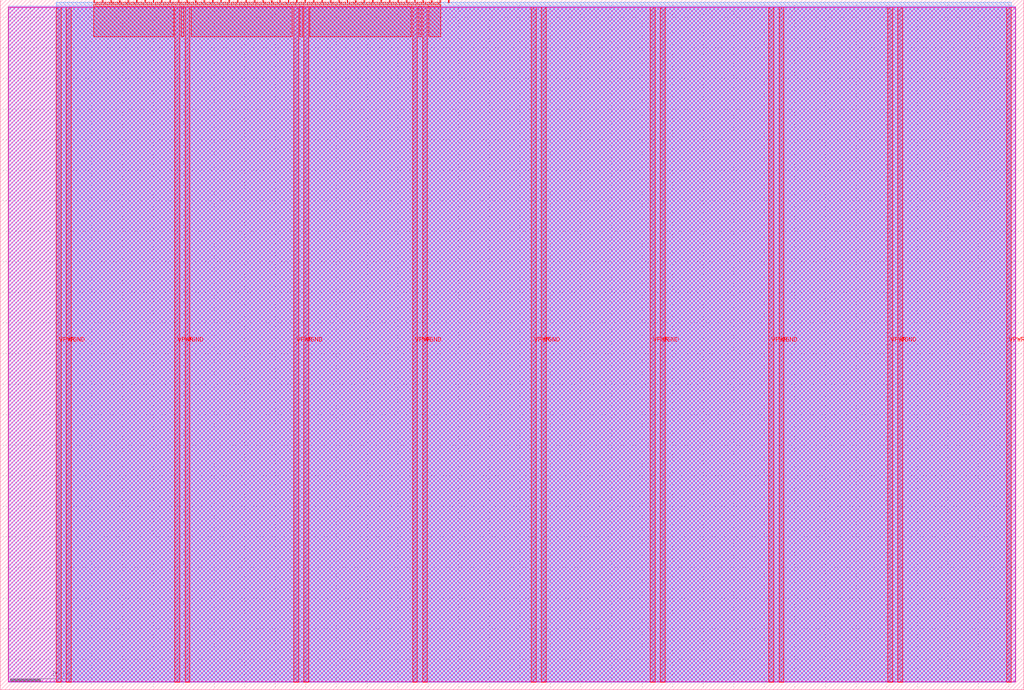
<source format=lef>
VERSION 5.7 ;
  NOWIREEXTENSIONATPIN ON ;
  DIVIDERCHAR "/" ;
  BUSBITCHARS "[]" ;
MACRO tt_um_mult_4
  CLASS BLOCK ;
  FOREIGN tt_um_mult_4 ;
  ORIGIN 0.000 0.000 ;
  SIZE 334.880 BY 225.760 ;
  PIN VGND
    DIRECTION INOUT ;
    USE GROUND ;
    PORT
      LAYER met4 ;
        RECT 21.580 2.480 23.180 223.280 ;
    END
    PORT
      LAYER met4 ;
        RECT 60.450 2.480 62.050 223.280 ;
    END
    PORT
      LAYER met4 ;
        RECT 99.320 2.480 100.920 223.280 ;
    END
    PORT
      LAYER met4 ;
        RECT 138.190 2.480 139.790 223.280 ;
    END
    PORT
      LAYER met4 ;
        RECT 177.060 2.480 178.660 223.280 ;
    END
    PORT
      LAYER met4 ;
        RECT 215.930 2.480 217.530 223.280 ;
    END
    PORT
      LAYER met4 ;
        RECT 254.800 2.480 256.400 223.280 ;
    END
    PORT
      LAYER met4 ;
        RECT 293.670 2.480 295.270 223.280 ;
    END
  END VGND
  PIN VPWR
    DIRECTION INOUT ;
    USE POWER ;
    PORT
      LAYER met4 ;
        RECT 18.280 2.480 19.880 223.280 ;
    END
    PORT
      LAYER met4 ;
        RECT 57.150 2.480 58.750 223.280 ;
    END
    PORT
      LAYER met4 ;
        RECT 96.020 2.480 97.620 223.280 ;
    END
    PORT
      LAYER met4 ;
        RECT 134.890 2.480 136.490 223.280 ;
    END
    PORT
      LAYER met4 ;
        RECT 173.760 2.480 175.360 223.280 ;
    END
    PORT
      LAYER met4 ;
        RECT 212.630 2.480 214.230 223.280 ;
    END
    PORT
      LAYER met4 ;
        RECT 251.500 2.480 253.100 223.280 ;
    END
    PORT
      LAYER met4 ;
        RECT 290.370 2.480 291.970 223.280 ;
    END
    PORT
      LAYER met4 ;
        RECT 329.240 2.480 330.840 223.280 ;
    END
  END VPWR
  PIN clk
    DIRECTION INPUT ;
    USE SIGNAL ;
    ANTENNAGATEAREA 0.852000 ;
    PORT
      LAYER met4 ;
        RECT 143.830 224.760 144.130 225.760 ;
    END
  END clk
  PIN ena
    DIRECTION INPUT ;
    USE SIGNAL ;
    PORT
      LAYER met4 ;
        RECT 146.590 224.760 146.890 225.760 ;
    END
  END ena
  PIN rst_n
    DIRECTION INPUT ;
    USE SIGNAL ;
    ANTENNAGATEAREA 0.196500 ;
    PORT
      LAYER met4 ;
        RECT 141.070 224.760 141.370 225.760 ;
    END
  END rst_n
  PIN ui_in[0]
    DIRECTION INPUT ;
    USE SIGNAL ;
    ANTENNAGATEAREA 0.196500 ;
    PORT
      LAYER met4 ;
        RECT 138.310 224.760 138.610 225.760 ;
    END
  END ui_in[0]
  PIN ui_in[1]
    DIRECTION INPUT ;
    USE SIGNAL ;
    ANTENNAGATEAREA 0.196500 ;
    PORT
      LAYER met4 ;
        RECT 135.550 224.760 135.850 225.760 ;
    END
  END ui_in[1]
  PIN ui_in[2]
    DIRECTION INPUT ;
    USE SIGNAL ;
    ANTENNAGATEAREA 0.196500 ;
    PORT
      LAYER met4 ;
        RECT 132.790 224.760 133.090 225.760 ;
    END
  END ui_in[2]
  PIN ui_in[3]
    DIRECTION INPUT ;
    USE SIGNAL ;
    ANTENNAGATEAREA 0.196500 ;
    PORT
      LAYER met4 ;
        RECT 130.030 224.760 130.330 225.760 ;
    END
  END ui_in[3]
  PIN ui_in[4]
    DIRECTION INPUT ;
    USE SIGNAL ;
    ANTENNAGATEAREA 0.196500 ;
    PORT
      LAYER met4 ;
        RECT 127.270 224.760 127.570 225.760 ;
    END
  END ui_in[4]
  PIN ui_in[5]
    DIRECTION INPUT ;
    USE SIGNAL ;
    ANTENNAGATEAREA 0.196500 ;
    PORT
      LAYER met4 ;
        RECT 124.510 224.760 124.810 225.760 ;
    END
  END ui_in[5]
  PIN ui_in[6]
    DIRECTION INPUT ;
    USE SIGNAL ;
    ANTENNAGATEAREA 0.196500 ;
    PORT
      LAYER met4 ;
        RECT 121.750 224.760 122.050 225.760 ;
    END
  END ui_in[6]
  PIN ui_in[7]
    DIRECTION INPUT ;
    USE SIGNAL ;
    ANTENNAGATEAREA 0.196500 ;
    PORT
      LAYER met4 ;
        RECT 118.990 224.760 119.290 225.760 ;
    END
  END ui_in[7]
  PIN uio_in[0]
    DIRECTION INPUT ;
    USE SIGNAL ;
    ANTENNAGATEAREA 0.196500 ;
    PORT
      LAYER met4 ;
        RECT 116.230 224.760 116.530 225.760 ;
    END
  END uio_in[0]
  PIN uio_in[1]
    DIRECTION INPUT ;
    USE SIGNAL ;
    PORT
      LAYER met4 ;
        RECT 113.470 224.760 113.770 225.760 ;
    END
  END uio_in[1]
  PIN uio_in[2]
    DIRECTION INPUT ;
    USE SIGNAL ;
    PORT
      LAYER met4 ;
        RECT 110.710 224.760 111.010 225.760 ;
    END
  END uio_in[2]
  PIN uio_in[3]
    DIRECTION INPUT ;
    USE SIGNAL ;
    PORT
      LAYER met4 ;
        RECT 107.950 224.760 108.250 225.760 ;
    END
  END uio_in[3]
  PIN uio_in[4]
    DIRECTION INPUT ;
    USE SIGNAL ;
    PORT
      LAYER met4 ;
        RECT 105.190 224.760 105.490 225.760 ;
    END
  END uio_in[4]
  PIN uio_in[5]
    DIRECTION INPUT ;
    USE SIGNAL ;
    PORT
      LAYER met4 ;
        RECT 102.430 224.760 102.730 225.760 ;
    END
  END uio_in[5]
  PIN uio_in[6]
    DIRECTION INPUT ;
    USE SIGNAL ;
    PORT
      LAYER met4 ;
        RECT 99.670 224.760 99.970 225.760 ;
    END
  END uio_in[6]
  PIN uio_in[7]
    DIRECTION INPUT ;
    USE SIGNAL ;
    PORT
      LAYER met4 ;
        RECT 96.910 224.760 97.210 225.760 ;
    END
  END uio_in[7]
  PIN uio_oe[0]
    DIRECTION OUTPUT ;
    USE SIGNAL ;
    PORT
      LAYER met4 ;
        RECT 49.990 224.760 50.290 225.760 ;
    END
  END uio_oe[0]
  PIN uio_oe[1]
    DIRECTION OUTPUT ;
    USE SIGNAL ;
    PORT
      LAYER met4 ;
        RECT 47.230 224.760 47.530 225.760 ;
    END
  END uio_oe[1]
  PIN uio_oe[2]
    DIRECTION OUTPUT ;
    USE SIGNAL ;
    PORT
      LAYER met4 ;
        RECT 44.470 224.760 44.770 225.760 ;
    END
  END uio_oe[2]
  PIN uio_oe[3]
    DIRECTION OUTPUT ;
    USE SIGNAL ;
    PORT
      LAYER met4 ;
        RECT 41.710 224.760 42.010 225.760 ;
    END
  END uio_oe[3]
  PIN uio_oe[4]
    DIRECTION OUTPUT ;
    USE SIGNAL ;
    PORT
      LAYER met4 ;
        RECT 38.950 224.760 39.250 225.760 ;
    END
  END uio_oe[4]
  PIN uio_oe[5]
    DIRECTION OUTPUT ;
    USE SIGNAL ;
    PORT
      LAYER met4 ;
        RECT 36.190 224.760 36.490 225.760 ;
    END
  END uio_oe[5]
  PIN uio_oe[6]
    DIRECTION OUTPUT ;
    USE SIGNAL ;
    PORT
      LAYER met4 ;
        RECT 33.430 224.760 33.730 225.760 ;
    END
  END uio_oe[6]
  PIN uio_oe[7]
    DIRECTION OUTPUT ;
    USE SIGNAL ;
    PORT
      LAYER met4 ;
        RECT 30.670 224.760 30.970 225.760 ;
    END
  END uio_oe[7]
  PIN uio_out[0]
    DIRECTION OUTPUT ;
    USE SIGNAL ;
    PORT
      LAYER met4 ;
        RECT 72.070 224.760 72.370 225.760 ;
    END
  END uio_out[0]
  PIN uio_out[1]
    DIRECTION OUTPUT ;
    USE SIGNAL ;
    ANTENNADIFFAREA 0.445500 ;
    PORT
      LAYER met4 ;
        RECT 69.310 224.760 69.610 225.760 ;
    END
  END uio_out[1]
  PIN uio_out[2]
    DIRECTION OUTPUT ;
    USE SIGNAL ;
    PORT
      LAYER met4 ;
        RECT 66.550 224.760 66.850 225.760 ;
    END
  END uio_out[2]
  PIN uio_out[3]
    DIRECTION OUTPUT ;
    USE SIGNAL ;
    PORT
      LAYER met4 ;
        RECT 63.790 224.760 64.090 225.760 ;
    END
  END uio_out[3]
  PIN uio_out[4]
    DIRECTION OUTPUT ;
    USE SIGNAL ;
    PORT
      LAYER met4 ;
        RECT 61.030 224.760 61.330 225.760 ;
    END
  END uio_out[4]
  PIN uio_out[5]
    DIRECTION OUTPUT ;
    USE SIGNAL ;
    PORT
      LAYER met4 ;
        RECT 58.270 224.760 58.570 225.760 ;
    END
  END uio_out[5]
  PIN uio_out[6]
    DIRECTION OUTPUT ;
    USE SIGNAL ;
    PORT
      LAYER met4 ;
        RECT 55.510 224.760 55.810 225.760 ;
    END
  END uio_out[6]
  PIN uio_out[7]
    DIRECTION OUTPUT ;
    USE SIGNAL ;
    PORT
      LAYER met4 ;
        RECT 52.750 224.760 53.050 225.760 ;
    END
  END uio_out[7]
  PIN uo_out[0]
    DIRECTION OUTPUT ;
    USE SIGNAL ;
    ANTENNAGATEAREA 0.495000 ;
    ANTENNADIFFAREA 0.445500 ;
    PORT
      LAYER met4 ;
        RECT 94.150 224.760 94.450 225.760 ;
    END
  END uo_out[0]
  PIN uo_out[1]
    DIRECTION OUTPUT ;
    USE SIGNAL ;
    ANTENNAGATEAREA 0.747000 ;
    ANTENNADIFFAREA 0.891000 ;
    PORT
      LAYER met4 ;
        RECT 91.390 224.760 91.690 225.760 ;
    END
  END uo_out[1]
  PIN uo_out[2]
    DIRECTION OUTPUT ;
    USE SIGNAL ;
    ANTENNAGATEAREA 0.747000 ;
    ANTENNADIFFAREA 0.891000 ;
    PORT
      LAYER met4 ;
        RECT 88.630 224.760 88.930 225.760 ;
    END
  END uo_out[2]
  PIN uo_out[3]
    DIRECTION OUTPUT ;
    USE SIGNAL ;
    ANTENNAGATEAREA 0.868500 ;
    ANTENNADIFFAREA 0.891000 ;
    PORT
      LAYER met4 ;
        RECT 85.870 224.760 86.170 225.760 ;
    END
  END uo_out[3]
  PIN uo_out[4]
    DIRECTION OUTPUT ;
    USE SIGNAL ;
    ANTENNAGATEAREA 0.621000 ;
    ANTENNADIFFAREA 0.891000 ;
    PORT
      LAYER met4 ;
        RECT 83.110 224.760 83.410 225.760 ;
    END
  END uo_out[4]
  PIN uo_out[5]
    DIRECTION OUTPUT ;
    USE SIGNAL ;
    ANTENNAGATEAREA 0.621000 ;
    ANTENNADIFFAREA 0.891000 ;
    PORT
      LAYER met4 ;
        RECT 80.350 224.760 80.650 225.760 ;
    END
  END uo_out[5]
  PIN uo_out[6]
    DIRECTION OUTPUT ;
    USE SIGNAL ;
    ANTENNAGATEAREA 0.499500 ;
    ANTENNADIFFAREA 0.891000 ;
    PORT
      LAYER met4 ;
        RECT 77.590 224.760 77.890 225.760 ;
    END
  END uo_out[6]
  PIN uo_out[7]
    DIRECTION OUTPUT ;
    USE SIGNAL ;
    ANTENNAGATEAREA 0.742500 ;
    ANTENNADIFFAREA 0.891000 ;
    PORT
      LAYER met4 ;
        RECT 74.830 224.760 75.130 225.760 ;
    END
  END uo_out[7]
  OBS
      LAYER nwell ;
        RECT 2.570 2.635 332.310 223.230 ;
      LAYER li1 ;
        RECT 2.760 2.635 332.120 223.125 ;
      LAYER met1 ;
        RECT 2.760 2.480 332.120 223.680 ;
      LAYER met2 ;
        RECT 18.310 2.535 330.810 224.925 ;
      LAYER met3 ;
        RECT 18.290 2.555 330.830 224.905 ;
      LAYER met4 ;
        RECT 31.370 224.360 33.030 224.905 ;
        RECT 34.130 224.360 35.790 224.905 ;
        RECT 36.890 224.360 38.550 224.905 ;
        RECT 39.650 224.360 41.310 224.905 ;
        RECT 42.410 224.360 44.070 224.905 ;
        RECT 45.170 224.360 46.830 224.905 ;
        RECT 47.930 224.360 49.590 224.905 ;
        RECT 50.690 224.360 52.350 224.905 ;
        RECT 53.450 224.360 55.110 224.905 ;
        RECT 56.210 224.360 57.870 224.905 ;
        RECT 58.970 224.360 60.630 224.905 ;
        RECT 61.730 224.360 63.390 224.905 ;
        RECT 64.490 224.360 66.150 224.905 ;
        RECT 67.250 224.360 68.910 224.905 ;
        RECT 70.010 224.360 71.670 224.905 ;
        RECT 72.770 224.360 74.430 224.905 ;
        RECT 75.530 224.360 77.190 224.905 ;
        RECT 78.290 224.360 79.950 224.905 ;
        RECT 81.050 224.360 82.710 224.905 ;
        RECT 83.810 224.360 85.470 224.905 ;
        RECT 86.570 224.360 88.230 224.905 ;
        RECT 89.330 224.360 90.990 224.905 ;
        RECT 92.090 224.360 93.750 224.905 ;
        RECT 94.850 224.360 96.510 224.905 ;
        RECT 97.610 224.360 99.270 224.905 ;
        RECT 100.370 224.360 102.030 224.905 ;
        RECT 103.130 224.360 104.790 224.905 ;
        RECT 105.890 224.360 107.550 224.905 ;
        RECT 108.650 224.360 110.310 224.905 ;
        RECT 111.410 224.360 113.070 224.905 ;
        RECT 114.170 224.360 115.830 224.905 ;
        RECT 116.930 224.360 118.590 224.905 ;
        RECT 119.690 224.360 121.350 224.905 ;
        RECT 122.450 224.360 124.110 224.905 ;
        RECT 125.210 224.360 126.870 224.905 ;
        RECT 127.970 224.360 129.630 224.905 ;
        RECT 130.730 224.360 132.390 224.905 ;
        RECT 133.490 224.360 135.150 224.905 ;
        RECT 136.250 224.360 137.910 224.905 ;
        RECT 139.010 224.360 140.670 224.905 ;
        RECT 141.770 224.360 143.430 224.905 ;
        RECT 30.655 223.680 144.145 224.360 ;
        RECT 30.655 213.695 56.750 223.680 ;
        RECT 59.150 213.695 60.050 223.680 ;
        RECT 62.450 213.695 95.620 223.680 ;
        RECT 98.020 213.695 98.920 223.680 ;
        RECT 101.320 213.695 134.490 223.680 ;
        RECT 136.890 213.695 137.790 223.680 ;
        RECT 140.190 213.695 144.145 223.680 ;
  END
END tt_um_mult_4
END LIBRARY


</source>
